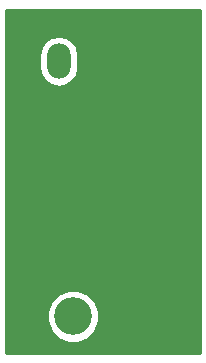
<source format=gbr>
G04 #@! TF.FileFunction,Copper,L1,Top,Signal*
%FSLAX46Y46*%
G04 Gerber Fmt 4.6, Leading zero omitted, Abs format (unit mm)*
G04 Created by KiCad (PCBNEW 4.0.4-stable) date 12/11/17 19:55:02*
%MOMM*%
%LPD*%
G01*
G04 APERTURE LIST*
%ADD10C,0.100000*%
%ADD11R,3.000000X3.000000*%
%ADD12C,3.200000*%
%ADD13O,2.000000X3.000000*%
%ADD14C,0.250000*%
%ADD15C,0.254000*%
G04 APERTURE END LIST*
D10*
D11*
X149860000Y-110490000D03*
D12*
X144780000Y-110490000D03*
D13*
X143570000Y-88900000D03*
X151070000Y-88900000D03*
D14*
X151070000Y-88900000D02*
X151070000Y-109280000D01*
X151070000Y-109280000D02*
X149860000Y-110490000D01*
D15*
G36*
X155500000Y-113590000D02*
X139140000Y-113590000D01*
X139140000Y-110932619D01*
X142544613Y-110932619D01*
X142884155Y-111754372D01*
X143512321Y-112383636D01*
X144333481Y-112724611D01*
X145222619Y-112725387D01*
X146044372Y-112385845D01*
X146673636Y-111757679D01*
X147014611Y-110936519D01*
X147015387Y-110047381D01*
X146675845Y-109225628D01*
X146047679Y-108596364D01*
X145226519Y-108255389D01*
X144337381Y-108254613D01*
X143515628Y-108594155D01*
X142886364Y-109222321D01*
X142545389Y-110043481D01*
X142544613Y-110932619D01*
X139140000Y-110932619D01*
X139140000Y-88358173D01*
X141935000Y-88358173D01*
X141935000Y-89441827D01*
X142059457Y-90067514D01*
X142413880Y-90597947D01*
X142944313Y-90952370D01*
X143570000Y-91076827D01*
X144195687Y-90952370D01*
X144726120Y-90597947D01*
X145080543Y-90067514D01*
X145205000Y-89441827D01*
X145205000Y-88358173D01*
X145080543Y-87732486D01*
X144726120Y-87202053D01*
X144195687Y-86847630D01*
X143570000Y-86723173D01*
X142944313Y-86847630D01*
X142413880Y-87202053D01*
X142059457Y-87732486D01*
X141935000Y-88358173D01*
X139140000Y-88358173D01*
X139140000Y-84530000D01*
X155500000Y-84530000D01*
X155500000Y-113590000D01*
X155500000Y-113590000D01*
G37*
X155500000Y-113590000D02*
X139140000Y-113590000D01*
X139140000Y-110932619D01*
X142544613Y-110932619D01*
X142884155Y-111754372D01*
X143512321Y-112383636D01*
X144333481Y-112724611D01*
X145222619Y-112725387D01*
X146044372Y-112385845D01*
X146673636Y-111757679D01*
X147014611Y-110936519D01*
X147015387Y-110047381D01*
X146675845Y-109225628D01*
X146047679Y-108596364D01*
X145226519Y-108255389D01*
X144337381Y-108254613D01*
X143515628Y-108594155D01*
X142886364Y-109222321D01*
X142545389Y-110043481D01*
X142544613Y-110932619D01*
X139140000Y-110932619D01*
X139140000Y-88358173D01*
X141935000Y-88358173D01*
X141935000Y-89441827D01*
X142059457Y-90067514D01*
X142413880Y-90597947D01*
X142944313Y-90952370D01*
X143570000Y-91076827D01*
X144195687Y-90952370D01*
X144726120Y-90597947D01*
X145080543Y-90067514D01*
X145205000Y-89441827D01*
X145205000Y-88358173D01*
X145080543Y-87732486D01*
X144726120Y-87202053D01*
X144195687Y-86847630D01*
X143570000Y-86723173D01*
X142944313Y-86847630D01*
X142413880Y-87202053D01*
X142059457Y-87732486D01*
X141935000Y-88358173D01*
X139140000Y-88358173D01*
X139140000Y-84530000D01*
X155500000Y-84530000D01*
X155500000Y-113590000D01*
M02*

</source>
